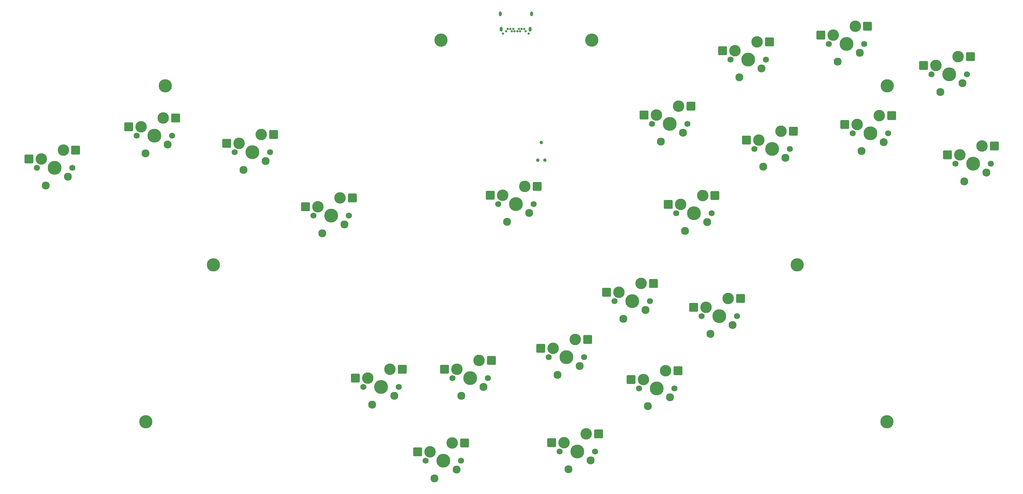
<source format=gbs>
G04 #@! TF.GenerationSoftware,KiCad,Pcbnew,(7.0.0)*
G04 #@! TF.CreationDate,2023-08-10T18:16:58-07:00*
G04 #@! TF.ProjectId,OpenOblong,4f70656e-4f62-46c6-9f6e-672e6b696361,rev?*
G04 #@! TF.SameCoordinates,Original*
G04 #@! TF.FileFunction,Soldermask,Bot*
G04 #@! TF.FilePolarity,Negative*
%FSLAX46Y46*%
G04 Gerber Fmt 4.6, Leading zero omitted, Abs format (unit mm)*
G04 Created by KiCad (PCBNEW (7.0.0)) date 2023-08-10 18:16:58*
%MOMM*%
%LPD*%
G01*
G04 APERTURE LIST*
G04 Aperture macros list*
%AMRoundRect*
0 Rectangle with rounded corners*
0 $1 Rounding radius*
0 $2 $3 $4 $5 $6 $7 $8 $9 X,Y pos of 4 corners*
0 Add a 4 corners polygon primitive as box body*
4,1,4,$2,$3,$4,$5,$6,$7,$8,$9,$2,$3,0*
0 Add four circle primitives for the rounded corners*
1,1,$1+$1,$2,$3*
1,1,$1+$1,$4,$5*
1,1,$1+$1,$6,$7*
1,1,$1+$1,$8,$9*
0 Add four rect primitives between the rounded corners*
20,1,$1+$1,$2,$3,$4,$5,0*
20,1,$1+$1,$4,$5,$6,$7,0*
20,1,$1+$1,$6,$7,$8,$9,0*
20,1,$1+$1,$8,$9,$2,$3,0*%
G04 Aperture macros list end*
%ADD10C,3.800000*%
%ADD11C,1.750000*%
%ADD12C,3.987800*%
%ADD13C,2.300000*%
%ADD14C,0.990600*%
%ADD15C,0.650000*%
%ADD16O,0.800000X1.400000*%
%ADD17C,3.300000*%
%ADD18RoundRect,0.250000X1.025000X1.000000X-1.025000X1.000000X-1.025000X-1.000000X1.025000X-1.000000X0*%
G04 APERTURE END LIST*
D10*
X279275000Y-98760000D03*
X305060000Y-47313383D03*
D11*
X327915568Y-44011907D03*
D12*
X322835568Y-44011907D03*
D11*
X317755568Y-44011907D03*
D13*
X326645568Y-46551907D03*
X320295568Y-49091907D03*
D11*
X254662967Y-83893373D03*
D12*
X249582967Y-83893373D03*
D11*
X244502967Y-83893373D03*
D13*
X253392967Y-86433373D03*
X247042967Y-88973373D03*
D11*
X305331667Y-60978545D03*
D12*
X300251667Y-60978545D03*
D11*
X295171667Y-60978545D03*
D13*
X304061667Y-63518545D03*
X297711667Y-66058545D03*
D11*
X261955123Y-113477547D03*
D12*
X256875123Y-113477547D03*
D11*
X251795123Y-113477547D03*
D13*
X260685123Y-116017547D03*
X254335123Y-118557547D03*
D10*
X111765000Y-98760000D03*
D11*
X128009442Y-66373538D03*
D12*
X122929442Y-66373538D03*
D11*
X117849442Y-66373538D03*
D13*
X126739442Y-68913538D03*
X120389442Y-71453538D03*
D11*
X182791303Y-154907386D03*
D12*
X177711303Y-154907386D03*
D11*
X172631303Y-154907386D03*
D13*
X181521303Y-157447386D03*
X175171303Y-159987386D03*
D11*
X71275977Y-70872122D03*
D12*
X66195977Y-70872122D03*
D11*
X61115977Y-70872122D03*
D13*
X70005977Y-73412122D03*
X63655977Y-75952122D03*
D11*
X298435673Y-35309333D03*
D12*
X293355673Y-35309333D03*
D11*
X288275673Y-35309333D03*
D13*
X297165673Y-37849333D03*
X290815673Y-40389333D03*
D11*
X277172853Y-65443729D03*
D12*
X272092853Y-65443729D03*
D11*
X267012853Y-65443729D03*
D13*
X275902853Y-67983729D03*
X269552853Y-70523729D03*
D11*
X218156182Y-125213438D03*
D12*
X213076182Y-125213438D03*
D11*
X207996182Y-125213438D03*
D13*
X216886182Y-127753438D03*
X210536182Y-130293438D03*
D10*
X92395000Y-143800000D03*
D11*
X190553308Y-131265902D03*
D12*
X185473308Y-131265902D03*
D11*
X180393308Y-131265902D03*
D13*
X189283308Y-133805902D03*
X182933308Y-136345902D03*
D11*
X203658500Y-81326866D03*
D12*
X198578500Y-81326866D03*
D11*
X193498500Y-81326866D03*
D13*
X202388500Y-83866866D03*
X196038500Y-86406866D03*
D11*
X247767232Y-58225127D03*
D12*
X242687232Y-58225127D03*
D11*
X237607232Y-58225127D03*
D13*
X246497232Y-60765127D03*
X240147232Y-63305127D03*
D11*
X236988565Y-109108960D03*
D12*
X231908565Y-109108960D03*
D11*
X226828565Y-109108960D03*
D13*
X235718565Y-111648960D03*
X229368565Y-114188960D03*
D11*
X164957695Y-133803616D03*
D12*
X159877695Y-133803616D03*
D11*
X154797695Y-133803616D03*
D13*
X163687695Y-136343616D03*
X157337695Y-138883616D03*
D11*
X150631535Y-84613063D03*
D12*
X145551535Y-84613063D03*
D11*
X140471535Y-84613063D03*
D13*
X149361535Y-87153063D03*
X143011535Y-89693063D03*
D10*
X98000000Y-47313383D03*
D11*
X270276859Y-39774517D03*
D12*
X265196859Y-39774517D03*
D11*
X260116859Y-39774517D03*
D13*
X269006859Y-42314517D03*
X262656859Y-44854517D03*
D11*
X99914109Y-61667579D03*
D12*
X94834109Y-61667579D03*
D11*
X89754109Y-61667579D03*
D13*
X98644109Y-64207579D03*
X92294109Y-66747579D03*
D14*
X205850000Y-63580000D03*
X206866000Y-68660000D03*
X204834000Y-68660000D03*
D10*
X304995000Y-143800000D03*
D11*
X221227454Y-152335835D03*
D12*
X216147454Y-152335835D03*
D11*
X211067454Y-152335835D03*
D13*
X219957454Y-154875835D03*
X213607454Y-157415835D03*
D11*
X244059837Y-134231357D03*
D12*
X238979837Y-134231357D03*
D11*
X233899837Y-134231357D03*
D13*
X242789837Y-136771357D03*
X236439837Y-139311357D03*
D10*
X220290000Y-34240000D03*
X177100000Y-34240000D03*
D11*
X334811562Y-69681119D03*
D12*
X329731562Y-69681119D03*
D11*
X324651562Y-69681119D03*
D13*
X333541562Y-72221119D03*
X327191562Y-74761119D03*
D15*
X202178500Y-32360000D03*
X194828500Y-32360000D03*
X195778500Y-31710000D03*
X196178500Y-31010000D03*
X196978500Y-31010000D03*
X197378500Y-31710000D03*
X197778500Y-31010000D03*
X198178500Y-31710000D03*
X198978500Y-31710000D03*
X199378500Y-31010000D03*
X199778500Y-31710000D03*
X200178500Y-31010000D03*
X200978500Y-31010000D03*
X201378500Y-31710000D03*
D16*
X203068499Y-26719999D03*
X202633499Y-31109999D03*
X194373499Y-31109999D03*
X194088499Y-26719999D03*
D11*
X71275977Y-70872122D03*
D12*
X66195977Y-70872122D03*
D11*
X61115977Y-70872122D03*
D17*
X62385977Y-68332122D03*
D18*
X58835977Y-68332122D03*
X72285977Y-65792122D03*
D17*
X68735977Y-65792122D03*
D11*
X247767232Y-58225127D03*
D12*
X242687232Y-58225127D03*
D11*
X237607232Y-58225127D03*
D17*
X238877232Y-55685127D03*
D18*
X235327232Y-55685127D03*
X248777232Y-53145127D03*
D17*
X245227232Y-53145127D03*
D11*
X254662967Y-83893373D03*
D12*
X249582967Y-83893373D03*
D11*
X244502967Y-83893373D03*
D17*
X245772967Y-81353373D03*
D18*
X242222967Y-81353373D03*
X255672967Y-78813373D03*
D17*
X252122967Y-78813373D03*
D11*
X203658500Y-81326866D03*
D12*
X198578500Y-81326866D03*
D11*
X193498500Y-81326866D03*
D17*
X194768500Y-78786866D03*
D18*
X191218500Y-78786866D03*
X204668500Y-76246866D03*
D17*
X201118500Y-76246866D03*
D11*
X218156182Y-125213438D03*
D12*
X213076182Y-125213438D03*
D11*
X207996182Y-125213438D03*
D17*
X209266182Y-122673438D03*
D18*
X205716182Y-122673438D03*
X219166182Y-120133438D03*
D17*
X215616182Y-120133438D03*
D11*
X99914109Y-61667579D03*
D12*
X94834109Y-61667579D03*
D11*
X89754109Y-61667579D03*
D17*
X91024109Y-59127579D03*
D18*
X87474109Y-59127579D03*
X100924109Y-56587579D03*
D17*
X97374109Y-56587579D03*
D11*
X261955123Y-113477547D03*
D12*
X256875123Y-113477547D03*
D11*
X251795123Y-113477547D03*
D17*
X253065123Y-110937547D03*
D18*
X249515123Y-110937547D03*
X262965123Y-108397547D03*
D17*
X259415123Y-108397547D03*
D11*
X150631535Y-84613063D03*
D12*
X145551535Y-84613063D03*
D11*
X140471535Y-84613063D03*
D17*
X141741535Y-82073063D03*
D18*
X138191535Y-82073063D03*
X151641535Y-79533063D03*
D17*
X148091535Y-79533063D03*
D11*
X270276859Y-39774517D03*
D12*
X265196859Y-39774517D03*
D11*
X260116859Y-39774517D03*
D17*
X261386859Y-37234517D03*
D18*
X257836859Y-37234517D03*
X271286859Y-34694517D03*
D17*
X267736859Y-34694517D03*
D11*
X128009442Y-66373538D03*
D12*
X122929442Y-66373538D03*
D11*
X117849442Y-66373538D03*
D17*
X119119442Y-63833538D03*
D18*
X115569442Y-63833538D03*
X129019442Y-61293538D03*
D17*
X125469442Y-61293538D03*
D11*
X221227454Y-152335835D03*
D12*
X216147454Y-152335835D03*
D11*
X211067454Y-152335835D03*
D17*
X212337454Y-149795835D03*
D18*
X208787454Y-149795835D03*
X222237454Y-147255835D03*
D17*
X218687454Y-147255835D03*
D11*
X182791303Y-154907386D03*
D12*
X177711303Y-154907386D03*
D11*
X172631303Y-154907386D03*
D17*
X173901303Y-152367386D03*
D18*
X170351303Y-152367386D03*
X183801303Y-149827386D03*
D17*
X180251303Y-149827386D03*
D11*
X164957695Y-133803616D03*
D12*
X159877695Y-133803616D03*
D11*
X154797695Y-133803616D03*
D17*
X156067695Y-131263616D03*
D18*
X152517695Y-131263616D03*
X165967695Y-128723616D03*
D17*
X162417695Y-128723616D03*
D11*
X305331667Y-60978545D03*
D12*
X300251667Y-60978545D03*
D11*
X295171667Y-60978545D03*
D17*
X296441667Y-58438545D03*
D18*
X292891667Y-58438545D03*
X306341667Y-55898545D03*
D17*
X302791667Y-55898545D03*
D11*
X327915568Y-44011907D03*
D12*
X322835568Y-44011907D03*
D11*
X317755568Y-44011907D03*
D17*
X319025568Y-41471907D03*
D18*
X315475568Y-41471907D03*
X328925568Y-38931907D03*
D17*
X325375568Y-38931907D03*
D11*
X244059837Y-134231357D03*
D12*
X238979837Y-134231357D03*
D11*
X233899837Y-134231357D03*
D17*
X235169837Y-131691357D03*
D18*
X231619837Y-131691357D03*
X245069837Y-129151357D03*
D17*
X241519837Y-129151357D03*
D11*
X277172853Y-65443729D03*
D12*
X272092853Y-65443729D03*
D11*
X267012853Y-65443729D03*
D17*
X268282853Y-62903729D03*
D18*
X264732853Y-62903729D03*
X278182853Y-60363729D03*
D17*
X274632853Y-60363729D03*
D11*
X334811562Y-69681119D03*
D12*
X329731562Y-69681119D03*
D11*
X324651562Y-69681119D03*
D17*
X325921562Y-67141119D03*
D18*
X322371562Y-67141119D03*
X335821562Y-64601119D03*
D17*
X332271562Y-64601119D03*
D11*
X298435673Y-35309333D03*
D12*
X293355673Y-35309333D03*
D11*
X288275673Y-35309333D03*
D17*
X289545673Y-32769333D03*
D18*
X285995673Y-32769333D03*
X299445673Y-30229333D03*
D17*
X295895673Y-30229333D03*
D11*
X190558441Y-131263600D03*
D12*
X185478441Y-131263600D03*
D11*
X180398441Y-131263600D03*
D17*
X181668441Y-128723600D03*
D18*
X178118441Y-128723600D03*
X191568441Y-126183600D03*
D17*
X188018441Y-126183600D03*
D11*
X236988565Y-109108960D03*
D12*
X231908565Y-109108960D03*
D11*
X226828565Y-109108960D03*
D17*
X228098565Y-106568960D03*
D18*
X224548565Y-106568960D03*
X237998565Y-104028960D03*
D17*
X234448565Y-104028960D03*
M02*

</source>
